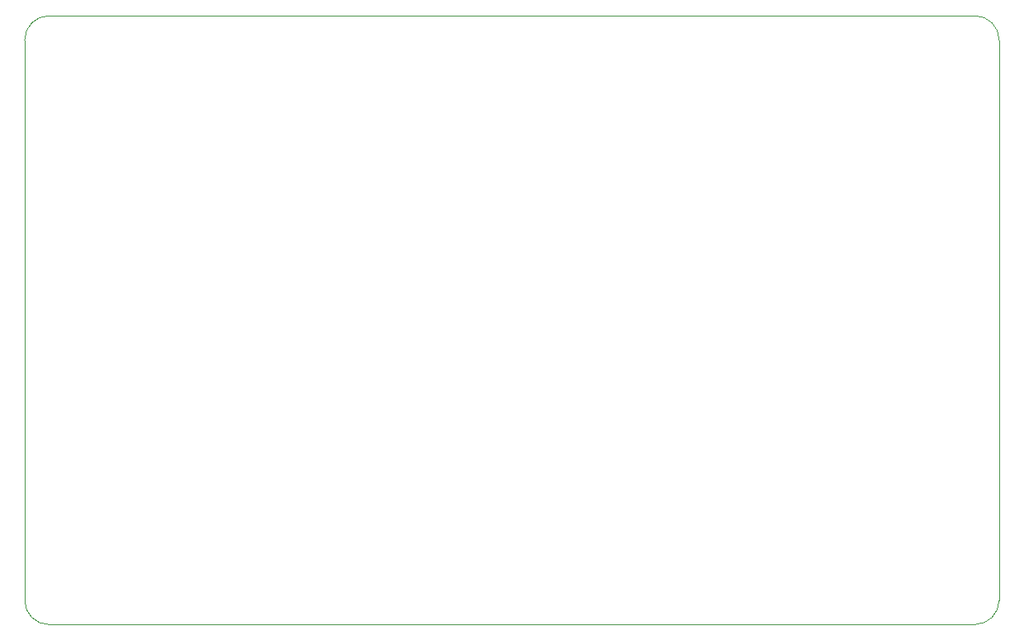
<source format=gm1>
G04 #@! TF.GenerationSoftware,KiCad,Pcbnew,(5.1.10)-1*
G04 #@! TF.CreationDate,2021-07-30T10:28:05+01:00*
G04 #@! TF.ProjectId,Eth8019,45746838-3031-4392-9e6b-696361645f70,rev?*
G04 #@! TF.SameCoordinates,Original*
G04 #@! TF.FileFunction,Profile,NP*
%FSLAX46Y46*%
G04 Gerber Fmt 4.6, Leading zero omitted, Abs format (unit mm)*
G04 Created by KiCad (PCBNEW (5.1.10)-1) date 2021-07-30 10:28:05*
%MOMM*%
%LPD*%
G01*
G04 APERTURE LIST*
G04 #@! TA.AperFunction,Profile*
%ADD10C,0.050000*%
G04 #@! TD*
G04 APERTURE END LIST*
D10*
X100000000Y-90000000D02*
G75*
G02*
X102500000Y-87500000I2500000J0D01*
G01*
X197500000Y-87500000D02*
G75*
G02*
X200000000Y-90000000I0J-2500000D01*
G01*
X200000000Y-147500000D02*
G75*
G02*
X197500000Y-150000000I-2500000J0D01*
G01*
X102500000Y-150000000D02*
G75*
G02*
X100000000Y-147500000I0J2500000D01*
G01*
X100000000Y-90000000D02*
X100000000Y-147500000D01*
X197500000Y-87500000D02*
X102500000Y-87500000D01*
X200000000Y-147500000D02*
X200000000Y-90000000D01*
X197500000Y-150000000D02*
X102500000Y-150000000D01*
M02*

</source>
